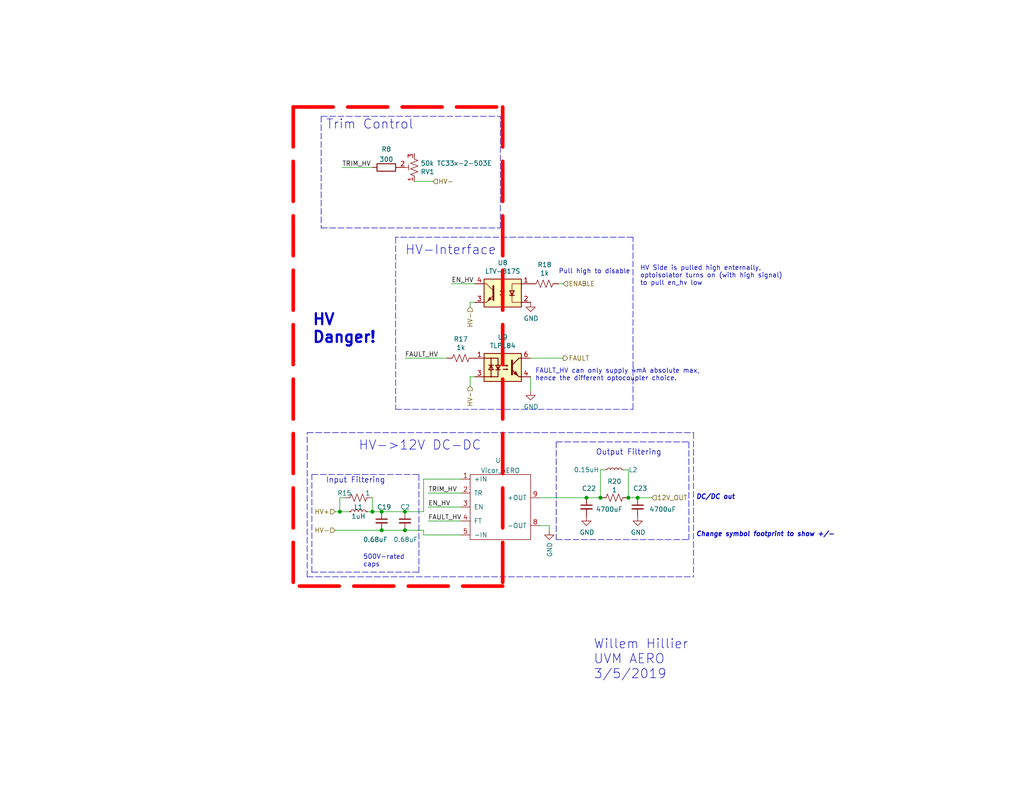
<source format=kicad_sch>
(kicad_sch (version 20211123) (generator eeschema)
  (paper "A")
  (lib_symbols
    (symbol "AERO_Symbols:Vicor_AERO" (pin_names (offset 1.016))
      (property "Reference" "U7" (at 0.635 1.2995 0))
      (property "Value" "Vicor_AERO" (at 0.635 -1.4756 0))
      (symbol "Vicor_AERO_0_1"
        (rectangle (start -7.62 -2.54) (end 8.89 -20.32))
      )
      (symbol "Vicor_AERO_1_1"
        (pin input line (at -10.16 -3.81 0) (length 2.54) (name "+IN") (number "1"))
        (pin input line (at -10.16 -7.62 0) (length 2.54) (name "TR") (number "2"))
        (pin input line (at -10.16 -11.43 0) (length 2.54) (name "EN") (number "3"))
        (pin input line (at -10.16 -15.24 0) (length 2.54) (name "FT") (number "4"))
        (pin input line (at -10.16 -19.05 0) (length 2.54) (name "-IN") (number "5"))
        (pin output line (at 11.43 -16.51 180) (length 2.54) (name "-OUT") (number "8"))
        (pin output line (at 11.43 -8.89 180) (length 2.54) (name "+OUT") (number "9"))
      )
    )
    (symbol "Device:C_Small" (pin_numbers hide) (pin_names (offset 0.254) hide)
      (property "Reference" "C" (at 0.254 1.778 0))
      (property "Value" "C_Small" (at 0.254 -2.032 0))
      (symbol "C_Small_0_1"
        (polyline (pts (xy -1.524 -0.508) (xy 1.524 -0.508)) (stroke (width 0.3302)))
        (polyline (pts (xy -1.524 0.508) (xy 1.524 0.508)) (stroke (width 0.3048)))
      )
      (symbol "C_Small_1_1"
        (pin passive line (at 0 2.54 270) (length 2.032) (name "~") (number "1"))
        (pin passive line (at 0 -2.54 90) (length 2.032) (name "~") (number "2"))
      )
    )
    (symbol "Device:L_Small" (pin_numbers hide) (pin_names (offset 0.254) hide)
      (property "Reference" "L" (at 0.762 1.016 0))
      (property "Value" "L_Small" (at 0.762 -1.016 0))
      (symbol "L_Small_0_1"
        (arc (start 0 -2.032) (mid 0.508 -1.524) (end 0 -1.016))
        (arc (start 0 -1.016) (mid 0.508 -0.508) (end 0 0))
        (arc (start 0 0) (mid 0.508 0.508) (end 0 1.016))
        (arc (start 0 1.016) (mid 0.508 1.524) (end 0 2.032))
      )
      (symbol "L_Small_1_1"
        (pin passive line (at 0 2.54 270) (length 0.508) (name "~") (number "1"))
        (pin passive line (at 0 -2.54 90) (length 0.508) (name "~") (number "2"))
      )
    )
    (symbol "Device:R" (pin_numbers hide) (pin_names (offset 0))
      (property "Reference" "R" (at 2.032 0 90))
      (property "Value" "R" (at 0 0 90))
      (symbol "R_0_1"
        (rectangle (start -1.016 -2.54) (end 1.016 2.54) (stroke (width 0.254)))
      )
      (symbol "R_1_1"
        (pin passive line (at 0 3.81 270) (length 1.27) (name "~") (number "1"))
        (pin passive line (at 0 -3.81 90) (length 1.27) (name "~") (number "2"))
      )
    )
    (symbol "Device:R_POT_TRIM_US" (pin_names (offset 1.016) hide)
      (property "Reference" "RV" (at -4.445 0 90))
      (property "Value" "Device_R_POT_TRIM_US" (at -2.54 0 90))
      (symbol "R_POT_TRIM_US_0_1"
        (polyline (pts (xy 0 -2.286) (xy 0 -2.54)))
        (polyline (pts (xy 0 2.286) (xy 0 2.54)))
        (polyline (pts (xy 1.524 0.762) (xy 1.524 -0.762)))
        (polyline (pts (xy 2.54 0) (xy 1.524 0)))
        (polyline (pts (xy 0 -0.762) (xy 1.016 -1.143) (xy 0 -1.524) (xy -1.016 -1.905) (xy 0 -2.286)))
        (polyline (pts (xy 0 0.762) (xy 1.016 0.381) (xy 0 0) (xy -1.016 -0.381) (xy 0 -0.762)))
        (polyline (pts (xy 0 2.286) (xy 1.016 1.905) (xy 0 1.524) (xy -1.016 1.143) (xy 0 0.762)))
      )
      (symbol "R_POT_TRIM_US_1_1"
        (pin passive line (at 0 3.81 270) (length 1.27) (name "1") (number "1"))
        (pin passive line (at 3.81 0 180) (length 1.27) (name "2") (number "2"))
        (pin passive line (at 0 -3.81 90) (length 1.27) (name "3") (number "3"))
      )
    )
    (symbol "Device:R_US" (pin_numbers hide) (pin_names (offset 0))
      (property "Reference" "R" (at 2.54 0 90))
      (property "Value" "R_US" (at -2.54 0 90))
      (symbol "R_US_0_1"
        (polyline (pts (xy 0 -2.286) (xy 0 -2.54)))
        (polyline (pts (xy 0 2.286) (xy 0 2.54)))
        (polyline (pts (xy 0 -0.762) (xy 1.016 -1.143) (xy 0 -1.524) (xy -1.016 -1.905) (xy 0 -2.286)))
        (polyline (pts (xy 0 0.762) (xy 1.016 0.381) (xy 0 0) (xy -1.016 -0.381) (xy 0 -0.762)))
        (polyline (pts (xy 0 2.286) (xy 1.016 1.905) (xy 0 1.524) (xy -1.016 1.143) (xy 0 0.762)))
      )
      (symbol "R_US_1_1"
        (pin passive line (at 0 3.81 270) (length 1.27) (name "~") (number "1"))
        (pin passive line (at 0 -3.81 90) (length 1.27) (name "~") (number "2"))
      )
    )
    (symbol "Isolator:LTV-817S" (pin_names (offset 1.016))
      (property "Reference" "U" (at -3.81 5.08 0))
      (property "Value" "LTV-817S" (at 0 -5.08 0))
      (symbol "LTV-817S_1_1"
        (rectangle (start -5.08 3.81) (end 5.08 -3.81) (stroke (width 0.254)) (fill (type background)))
        (polyline (pts (xy -3.175 -0.635) (xy -1.905 -0.635)) (stroke (width 0.254)))
        (polyline (pts (xy 2.54 0.635) (xy 4.445 2.54)))
        (polyline (pts (xy 4.445 -2.54) (xy 2.54 -0.635)) (fill (type outline)))
        (polyline (pts (xy 4.445 -2.54) (xy 5.08 -2.54)))
        (polyline (pts (xy 4.445 2.54) (xy 5.08 2.54)))
        (polyline (pts (xy -5.08 2.54) (xy -2.54 2.54) (xy -2.54 -0.762)))
        (polyline (pts (xy -2.54 -0.635) (xy -2.54 -2.54) (xy -5.08 -2.54)))
        (polyline (pts (xy 2.54 1.905) (xy 2.54 -1.905) (xy 2.54 -1.905)) (stroke (width 0.508)))
        (polyline (pts (xy -2.54 -0.635) (xy -3.175 0.635) (xy -1.905 0.635) (xy -2.54 -0.635)) (stroke (width 0.254)))
        (polyline (pts (xy -0.508 -0.508) (xy 0.762 -0.508) (xy 0.381 -0.635) (xy 0.381 -0.381) (xy 0.762 -0.508)))
        (polyline (pts (xy -0.508 0.508) (xy 0.762 0.508) (xy 0.381 0.381) (xy 0.381 0.635) (xy 0.762 0.508)))
        (polyline (pts (xy 3.048 -1.651) (xy 3.556 -1.143) (xy 4.064 -2.159) (xy 3.048 -1.651) (xy 3.048 -1.651)) (fill (type outline)))
        (pin passive line (at -7.62 2.54 0) (length 2.54) (name "~") (number "1"))
        (pin passive line (at -7.62 -2.54 0) (length 2.54) (name "~") (number "2"))
        (pin passive line (at 7.62 -2.54 180) (length 2.54) (name "~") (number "3"))
        (pin passive line (at 7.62 2.54 180) (length 2.54) (name "~") (number "4"))
      )
    )
    (symbol "Isolator:TLP184"
      (property "Reference" "U" (at -5.08 5.08 0))
      (property "Value" "TLP184" (at -5.08 -5.08 0))
      (symbol "TLP184_0_1"
        (rectangle (start -5.08 3.81) (end 5.08 -3.81) (stroke (width 0.254)) (fill (type background)))
        (circle (center -3.175 -2.54) (radius 0.127))
        (circle (center -3.175 2.54) (radius 0.127))
        (polyline (pts (xy -3.81 0.635) (xy -2.54 0.635)) (stroke (width 0.254)))
        (polyline (pts (xy -1.905 -0.635) (xy -0.635 -0.635)) (stroke (width 0.254)))
        (polyline (pts (xy 2.54 1.905) (xy 2.54 -1.905) (xy 2.54 -1.905)) (stroke (width 0.508)))
        (polyline (pts (xy 5.08 -2.54) (xy 4.445 -2.54) (xy 2.54 -0.635)) (stroke (width 0.254)))
        (polyline (pts (xy 5.08 2.54) (xy 4.445 2.54) (xy 2.54 0.635)) (stroke (width 0.254)))
        (polyline (pts (xy -5.08 2.54) (xy -3.175 2.54) (xy -3.175 -2.54) (xy -5.08 -2.54)) (stroke (width 0.254)))
        (polyline (pts (xy -3.175 -2.54) (xy -1.27 -2.54) (xy -1.27 2.54) (xy -3.175 2.54)) (stroke (width 0.254)))
        (polyline (pts (xy -3.175 0.635) (xy -3.81 -0.635) (xy -2.54 -0.635) (xy -3.175 0.635)) (stroke (width 0.254)))
        (polyline (pts (xy -1.27 -0.635) (xy -1.905 0.635) (xy -0.635 0.635) (xy -1.27 -0.635)) (stroke (width 0.254)))
        (polyline (pts (xy 0.127 -0.508) (xy 1.397 -0.508) (xy 1.016 -0.635) (xy 1.016 -0.381) (xy 1.397 -0.508)) (stroke (width 0.254)))
        (polyline (pts (xy 0.127 0.508) (xy 1.397 0.508) (xy 1.016 0.381) (xy 1.016 0.635) (xy 1.397 0.508)) (stroke (width 0.254)))
        (polyline (pts (xy 3.048 -1.651) (xy 3.556 -1.143) (xy 4.064 -2.159) (xy 3.048 -1.651) (xy 3.048 -1.651)) (stroke (width 0.254)) (fill (type outline)))
      )
      (symbol "TLP184_1_1"
        (pin passive line (at -7.62 2.54 0) (length 2.54) (name "~") (number "1"))
        (pin passive line (at -7.62 -2.54 0) (length 2.54) (name "~") (number "3"))
        (pin passive line (at 7.62 -2.54 180) (length 2.54) (name "~") (number "4"))
        (pin passive line (at 7.62 2.54 180) (length 2.54) (name "~") (number "6"))
      )
    )
    (symbol "power:GND" (power) (pin_names (offset 0))
      (property "Value" "GND" (at 0 -3.81 0))
      (symbol "GND_0_1"
        (polyline (pts (xy 0 0) (xy 0 -1.27) (xy 1.27 -1.27) (xy 0 -2.54) (xy -1.27 -1.27) (xy 0 -1.27)))
      )
      (symbol "GND_1_1"
        (pin power_in line (at 0 0 270) (length 0) hide (name "GND") (number "1"))
      )
    )
  )
  (junction (at 104.14 144.78))
  (junction (at 101.6 139.7))
  (junction (at 92.71 139.7))
  (junction (at 110.49 139.7))
  (junction (at 163.83 135.89))
  (junction (at 173.99 135.89))
  (junction (at 160.02 135.89))
  (junction (at 171.45 135.89))
  (junction (at 110.49 144.78))
  (junction (at 104.14 139.7))
  (polyline (pts (xy 137.16 160.02) (xy 80.01 160.02)) (stroke (width 0.9906) (color 253 0 0 1)))
  (wire (pts (xy 91.44 144.78) (xy 104.14 144.78)))
  (wire (pts (xy 110.49 139.7) (xy 115.57 139.7)))
  (wire (pts (xy 92.71 139.7) (xy 95.25 139.7)))
  (polyline (pts (xy 83.82 157.48) (xy 189.23 157.48)))
  (polyline (pts (xy 107.95 64.77) (xy 107.95 111.76)))
  (wire (pts (xy 93.98 135.89) (xy 92.71 135.89)))
  (wire (pts (xy 116.84 134.62) (xy 125.73 134.62)))
  (wire (pts (xy 144.78 102.87) (xy 144.78 106.68)))
  (wire (pts (xy 110.49 97.79) (xy 121.92 97.79)))
  (wire (pts (xy 171.45 128.27) (xy 171.45 135.89)))
  (polyline (pts (xy 87.63 62.23) (xy 136.525 62.23)))
  (wire (pts (xy 115.57 146.05) (xy 125.73 146.05)))
  (wire (pts (xy 116.84 138.43) (xy 125.73 138.43)))
  (wire (pts (xy 163.83 135.89) (xy 163.83 128.27)))
  (polyline (pts (xy 114.3 129.54) (xy 114.3 156.21)))
  (wire (pts (xy 93.345 45.72) (xy 101.6 45.72)))
  (wire (pts (xy 144.78 97.79) (xy 153.67 97.79)))
  (wire (pts (xy 147.32 135.89) (xy 160.02 135.89)))
  (polyline (pts (xy 172.72 111.76) (xy 172.72 64.77)))
  (wire (pts (xy 149.86 143.51) (xy 149.86 144.78)))
  (polyline (pts (xy 187.96 120.65) (xy 187.96 147.32)))
  (wire (pts (xy 115.57 130.81) (xy 125.73 130.81)))
  (polyline (pts (xy 151.765 120.65) (xy 187.96 120.65)))
  (wire (pts (xy 104.14 144.78) (xy 110.49 144.78)))
  (wire (pts (xy 118.11 49.53) (xy 113.03 49.53)))
  (wire (pts (xy 153.67 77.47) (xy 152.4 77.47)))
  (wire (pts (xy 128.27 82.55) (xy 129.54 82.55)))
  (wire (pts (xy 92.71 135.89) (xy 92.71 139.7)))
  (wire (pts (xy 115.57 139.7) (xy 115.57 130.81)))
  (wire (pts (xy 123.19 77.47) (xy 129.54 77.47)))
  (wire (pts (xy 100.33 139.7) (xy 101.6 139.7)))
  (polyline (pts (xy 83.82 157.48) (xy 83.82 118.11)))
  (wire (pts (xy 115.57 144.78) (xy 115.57 146.05)))
  (wire (pts (xy 116.84 142.24) (xy 125.73 142.24)))
  (polyline (pts (xy 189.23 118.11) (xy 189.23 157.48)))
  (wire (pts (xy 173.99 135.89) (xy 177.8 135.89)))
  (polyline (pts (xy 80.01 29.21) (xy 80.01 160.02)) (stroke (width 0.9906) (color 255 0 0 1)))
  (wire (pts (xy 101.6 139.7) (xy 104.14 139.7)))
  (polyline (pts (xy 172.72 64.77) (xy 107.95 64.77)))
  (wire (pts (xy 171.45 135.89) (xy 173.99 135.89)))
  (wire (pts (xy 110.49 144.78) (xy 115.57 144.78)))
  (polyline (pts (xy 85.09 156.21) (xy 114.3 156.21)))
  (polyline (pts (xy 87.63 31.75) (xy 87.63 62.23)))
  (polyline (pts (xy 136.525 62.23) (xy 136.525 31.75)))
  (polyline (pts (xy 80.01 29.21) (xy 137.16 29.21)) (stroke (width 0.9906) (color 253 0 0 1)))
  (wire (pts (xy 101.6 135.89) (xy 101.6 139.7)))
  (polyline (pts (xy 151.765 147.32) (xy 187.96 147.32)))
  (wire (pts (xy 104.14 139.7) (xy 110.49 139.7)))
  (wire (pts (xy 163.83 128.27) (xy 165.1 128.27)))
  (wire (pts (xy 128.27 83.82) (xy 128.27 82.55)))
  (wire (pts (xy 160.02 135.89) (xy 163.83 135.89)))
  (polyline (pts (xy 83.82 118.11) (xy 189.23 118.11)))
  (wire (pts (xy 129.54 102.87) (xy 128.27 102.87)))
  (wire (pts (xy 128.27 102.87) (xy 128.27 105.41)))
  (polyline (pts (xy 151.765 120.65) (xy 151.765 147.32)))
  (wire (pts (xy 170.18 128.27) (xy 171.45 128.27)))
  (polyline (pts (xy 85.09 129.54) (xy 114.3 129.54)))
  (polyline (pts (xy 107.95 111.76) (xy 172.72 111.76)))
  (wire (pts (xy 147.32 143.51) (xy 149.86 143.51)))
  (wire (pts (xy 92.71 139.7) (xy 91.44 139.7)))
  (polyline (pts (xy 87.63 31.75) (xy 136.525 31.75)))
  (polyline (pts (xy 137.16 29.21) (xy 137.16 160.02)) (stroke (width 0.9906) (color 255 0 0 1)))
  (polyline (pts (xy 85.09 156.21) (xy 85.09 129.54)))
  (text "DC/DC out" (at 189.865 136.525 0) (effects (font (size 1.27 1.27) bold italic) (justify left bottom)))
  (text "Output Filtering" (at 162.56 124.46 0) (effects (font (size 1.4986 1.4986)) (justify left bottom)))
  (text "500V-rated\ncaps" (at 99.06 154.94 0) (effects (font (size 1.27 1.27)) (justify left bottom)))
  (text "Willem Hillier\nUVM AERO\n3/5/2019" (at 161.8996 185.6232 0) (effects (font (size 2.54 2.54)) (justify left bottom)))
  (text "Input Filtering" (at 88.9 132.08 0) (effects (font (size 1.4986 1.4986)) (justify left bottom)))
  (text "Trim Control" (at 88.9 35.56 0) (effects (font (size 2.54 2.54)) (justify left bottom)))
  (text "HV-Interface" (at 110.49 69.85 0) (effects (font (size 2.54 2.54)) (justify left bottom)))
  (text "Change symbol footprint to show +/-" (at 189.865 146.685 0) (effects (font (size 1.27 1.27) bold italic) (justify left bottom)))
  (text "Pull high to disable" (at 152.4 74.93 0) (effects (font (size 1.27 1.27)) (justify left bottom)))
  (text "HV->12V DC-DC" (at 97.79 123.19 0) (effects (font (size 2.54 2.54)) (justify left bottom)))
  (text "HV Side is pulled high enternally, \noptoisolator turns on (with high signal)\nto pull en_hv low" (at 174.625 78.105 0) (effects (font (size 1.27 1.27)) (justify left bottom)))
  (text "HV\nDanger!" (at 85.09 93.98 0) (effects (font (size 2.9972 2.9972) (thickness 0.5994) bold) (justify left bottom)))
  (text "FAULT_HV can only supply 4mA absolute max, \nhence the different optocoupler choice." (at 146.05 104.14 0) (effects (font (size 1.27 1.27)) (justify left bottom)))
  (label "EN_HV" (at 123.19 77.47 0))
  (label "TRIM_HV" (at 93.345 45.72 0))
  (label "FAULT_HV" (at 110.49 97.79 0))
  (label "FAULT_HV" (at 116.84 142.24 0))
  (label "EN_HV" (at 116.84 138.43 0))
  (label "TRIM_HV" (at 116.84 134.62 0))
  (hierarchical_label "HV-" (shape input) (at 128.27 105.41 270))
  (hierarchical_label "12V_OUT" (shape input) (at 177.8 135.89 0))
  (hierarchical_label "HV-" (shape input) (at 128.27 83.82 270))
  (hierarchical_label "HV+" (shape input) (at 91.44 139.7 180))
  (hierarchical_label "HV-" (shape input) (at 118.11 49.53 0))
  (hierarchical_label "ENABLE" (shape input) (at 153.67 77.47 0))
  (hierarchical_label "HV-" (shape input) (at 91.44 144.78 180))
  (hierarchical_label "FAULT" (shape output) (at 153.67 97.79 0))
  (symbol (lib_id "Isolator:LTV-817S") (at 137.16 80.01 0) (mirror y) (unit 1)
    (property "Reference" "U8" (at 137.16 71.755 0))
    (property "Value" "LTV-817S" (at 137.16 74.0664 0))
    (property "Footprint" "Package_DIP:SMDIP-4_W9.53mm_Clearance8mm" (effects hide))
    (property "Datasheet" "http://www.us.liteon.com/downloads/LTV-817-827-847.PDF" (effects hide))
  )
  (symbol (lib_id "Isolator:TLP184") (at 137.16 100.33 0) (unit 1)
    (property "Reference" "U9" (at 137.16 92.075 0))
    (property "Value" "TLP184" (at 137.16 94.3864 0))
    (property "Footprint" "Package_SO:MFSOP6-4_4.4x3.6mm_P1.27mm" (effects hide))
    (property "Datasheet" "https://toshiba.semicon-storage.com/info/docget.jsp?did=11793&prodName=TLP184" (effects hide))
  )
  (symbol (lib_id "Device:C_Small") (at 173.99 138.43 0) (unit 1)
    (property "Reference" "C23" (at 172.72 133.35 0) (effects (justify left)))
    (property "Value" "4700uF" (at 177.165 139.065 0) (effects (justify left)))
    (property "Footprint" "Capacitor_THT:C_Radial_D18.0mm_H35.5mm_P7.50mm" (effects hide))
  )
  (symbol (lib_id "power:GND") (at 149.86 144.78 0) (unit 1)
    (property "Reference" "#PWR045" (effects hide))
    (property "Value" "GND" (at 149.987 148.0312 90) (effects (justify right)))
  )
  (symbol (lib_id "Device:R_US") (at 97.79 135.89 270) (unit 1)
    (property "Reference" "R15" (at 93.98 134.62 90))
    (property "Value" "1" (at 100.33 134.62 90))
    (property "Footprint" "Resistor_SMD:R_2512_6332Metric_Pad1.40x3.35mm_HandSolder" (effects hide))
  )
  (symbol (lib_id "Device:L_Small") (at 97.79 139.7 90) (unit 1)
    (property "Reference" "L1" (at 97.79 138.43 90))
    (property "Value" "1uH" (at 97.79 140.97 90))
    (property "Footprint" "Inductor_SMD:L_1008_2520Metric_Pad1.43x2.20mm_HandSolder" (effects hide))
  )
  (symbol (lib_id "Device:C_Small") (at 104.14 142.24 0) (unit 1)
    (property "Reference" "C19" (at 102.87 138.43 0) (effects (justify left)))
    (property "Value" "0.68uF" (at 99.06 147.32 0) (effects (justify left)))
    (property "Footprint" "Capacitor_THT:C_Rect_L18.0mm_W8.0mm_P15.00mm_FKS3_FKP3" (effects hide))
  )
  (symbol (lib_id "Device:R_US") (at 125.73 97.79 270) (unit 1)
    (property "Reference" "R17" (at 125.73 92.583 90))
    (property "Value" "1k" (at 125.73 94.8944 90))
    (property "Footprint" "Resistor_SMD:R_0603_1608Metric_Pad0.98x0.95mm_HandSolder" (effects hide))
  )
  (symbol (lib_id "power:GND") (at 144.78 106.68 0) (unit 1)
    (property "Reference" "#PWR043" (effects hide))
    (property "Value" "GND" (at 144.907 111.0742 0))
  )
  (symbol (lib_id "power:GND") (at 144.78 82.55 0) (unit 1)
    (property "Reference" "#PWR042" (effects hide))
    (property "Value" "GND" (at 144.907 86.9442 0))
  )
  (symbol (lib_id "Device:R_US") (at 148.59 77.47 270) (unit 1)
    (property "Reference" "R18" (at 148.59 72.263 90))
    (property "Value" "1k" (at 148.59 74.5744 90))
    (property "Footprint" "Resistor_SMD:R_0603_1608Metric_Pad0.98x0.95mm_HandSolder" (effects hide))
  )
  (symbol (lib_id "Device:R_POT_TRIM_US") (at 113.03 45.72 180) (unit 1)
    (property "Reference" "RV1" (at 114.7572 46.8884 0) (effects (justify right)))
    (property "Value" "50k TC33x-2-503E" (at 114.7572 44.577 0) (effects (justify right)))
    (property "Footprint" "Potentiometer_SMD:Potentiometer_Bourns_TC33X_Vertical" (effects hide))
  )
  (symbol (lib_id "Device:L_Small") (at 167.64 128.27 90) (unit 1)
    (property "Reference" "L2" (at 172.72 128.27 90))
    (property "Value" "0.15uH" (at 160.02 128.27 90))
    (property "Footprint" "Inductor_SMD:L_0805_2012Metric_Pad1.15x1.40mm_HandSolder" (effects hide))
  )
  (symbol (lib_id "Device:R_US") (at 167.64 135.89 270) (unit 1)
    (property "Reference" "R20" (at 167.64 131.445 90))
    (property "Value" "1" (at 167.64 133.7564 90))
    (property "Footprint" "Resistor_SMD:R_2512_6332Metric_Pad1.40x3.35mm_HandSolder" (effects hide))
  )
  (symbol (lib_id "Device:C_Small") (at 160.02 138.43 0) (unit 1)
    (property "Reference" "C22" (at 158.75 133.35 0) (effects (justify left)))
    (property "Value" "4700uF" (at 162.56 139.065 0) (effects (justify left)))
    (property "Footprint" "Capacitor_THT:C_Radial_D18.0mm_H35.5mm_P7.50mm" (effects hide))
  )
  (symbol (lib_id "AERO_Symbols:Vicor_AERO") (at 135.89 127 0) (unit 1)
    (property "Reference" "U7" (at 136.525 125.7005 0))
    (property "Value" "Vicor_AERO" (at 136.525 128.4756 0))
    (property "Footprint" "AERO_Footprints:vicor-socket-no-cutouts" (effects hide))
  )
  (symbol (lib_id "Device:R") (at 105.41 45.72 90) (unit 1)
    (property "Reference" "R8" (at 105.41 40.7375 90))
    (property "Value" "300" (at 105.41 43.5126 90))
    (property "Footprint" "Resistor_SMD:R_0603_1608Metric_Pad0.98x0.95mm_HandSolder" (effects hide))
  )
  (symbol (lib_id "power:GND") (at 173.99 140.97 0) (unit 1)
    (property "Reference" "#PWR0110" (effects hide))
    (property "Value" "GND" (at 174.117 145.3642 0))
  )
  (symbol (lib_id "Device:C_Small") (at 110.49 142.24 0) (unit 1)
    (property "Reference" "C2" (at 109.22 138.43 0) (effects (justify left)))
    (property "Value" "0.68uF" (at 107.315 147.32 0) (effects (justify left)))
    (property "Footprint" "Capacitor_THT:C_Rect_L18.0mm_W8.0mm_P15.00mm_FKS3_FKP3" (effects hide))
  )
  (symbol (lib_id "power:GND") (at 160.02 140.97 0) (unit 1)
    (property "Reference" "#PWR0112" (effects hide))
    (property "Value" "GND" (at 160.147 145.3642 0))
  )
)
</source>
